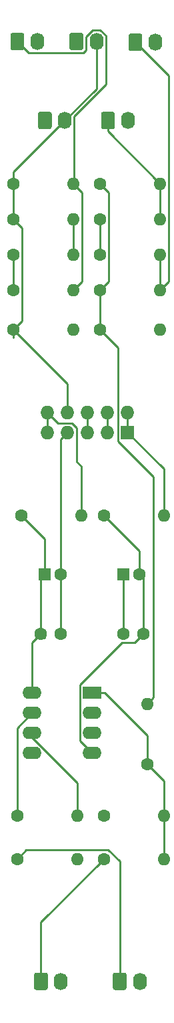
<source format=gbr>
%TF.GenerationSoftware,KiCad,Pcbnew,(5.1.8-0-10_14)*%
%TF.CreationDate,2021-07-03T12:07:01-04:00*%
%TF.ProjectId,unity,756e6974-792e-46b6-9963-61645f706362,rev?*%
%TF.SameCoordinates,Original*%
%TF.FileFunction,Copper,L2,Bot*%
%TF.FilePolarity,Positive*%
%FSLAX46Y46*%
G04 Gerber Fmt 4.6, Leading zero omitted, Abs format (unit mm)*
G04 Created by KiCad (PCBNEW (5.1.8-0-10_14)) date 2021-07-03 12:07:01*
%MOMM*%
%LPD*%
G01*
G04 APERTURE LIST*
%TA.AperFunction,ComponentPad*%
%ADD10O,1.740000X2.200000*%
%TD*%
%TA.AperFunction,ComponentPad*%
%ADD11O,1.600000X1.600000*%
%TD*%
%TA.AperFunction,ComponentPad*%
%ADD12C,1.600000*%
%TD*%
%TA.AperFunction,ComponentPad*%
%ADD13R,1.727200X1.727200*%
%TD*%
%TA.AperFunction,ComponentPad*%
%ADD14O,1.727200X1.727200*%
%TD*%
%TA.AperFunction,ComponentPad*%
%ADD15R,1.600000X1.600000*%
%TD*%
%TA.AperFunction,ComponentPad*%
%ADD16O,2.400000X1.600000*%
%TD*%
%TA.AperFunction,ComponentPad*%
%ADD17R,2.400000X1.600000*%
%TD*%
%TA.AperFunction,Conductor*%
%ADD18C,0.250000*%
%TD*%
G04 APERTURE END LIST*
D10*
%TO.P,J2,2*%
%TO.N,GND*%
X163040000Y-41000000D03*
%TO.P,J2,1*%
%TO.N,Net-(J2-Pad1)*%
%TA.AperFunction,ComponentPad*%
G36*
G01*
X159630000Y-41850001D02*
X159630000Y-40149999D01*
G75*
G02*
X159879999Y-39900000I249999J0D01*
G01*
X161120001Y-39900000D01*
G75*
G02*
X161370000Y-40149999I0J-249999D01*
G01*
X161370000Y-41850001D01*
G75*
G02*
X161120001Y-42100000I-249999J0D01*
G01*
X159879999Y-42100000D01*
G75*
G02*
X159630000Y-41850001I0J249999D01*
G01*
G37*
%TD.AperFunction*%
%TD*%
%TO.P,J5,1*%
%TO.N,Net-(J5-Pad1)*%
%TA.AperFunction,ComponentPad*%
G36*
G01*
X163630000Y-51850001D02*
X163630000Y-50149999D01*
G75*
G02*
X163879999Y-49900000I249999J0D01*
G01*
X165120001Y-49900000D01*
G75*
G02*
X165370000Y-50149999I0J-249999D01*
G01*
X165370000Y-51850001D01*
G75*
G02*
X165120001Y-52100000I-249999J0D01*
G01*
X163879999Y-52100000D01*
G75*
G02*
X163630000Y-51850001I0J249999D01*
G01*
G37*
%TD.AperFunction*%
%TO.P,J5,2*%
%TO.N,GND*%
X167040000Y-51000000D03*
%TD*%
%TO.P,J4,2*%
%TO.N,GND*%
X159040000Y-51000000D03*
%TO.P,J4,1*%
%TO.N,Net-(J4-Pad1)*%
%TA.AperFunction,ComponentPad*%
G36*
G01*
X155630000Y-51850001D02*
X155630000Y-50149999D01*
G75*
G02*
X155879999Y-49900000I249999J0D01*
G01*
X157120001Y-49900000D01*
G75*
G02*
X157370000Y-50149999I0J-249999D01*
G01*
X157370000Y-51850001D01*
G75*
G02*
X157120001Y-52100000I-249999J0D01*
G01*
X155879999Y-52100000D01*
G75*
G02*
X155630000Y-51850001I0J249999D01*
G01*
G37*
%TD.AperFunction*%
%TD*%
D11*
%TO.P,R9,2*%
%TO.N,Net-(J4-Pad1)*%
X171120000Y-77500000D03*
D12*
%TO.P,R9,1*%
%TO.N,Net-(R10-Pad1)*%
X163500000Y-77500000D03*
%TD*%
%TO.P,R5,1*%
%TO.N,GND*%
X163500000Y-63500000D03*
D11*
%TO.P,R5,2*%
%TO.N,Net-(J5-Pad1)*%
X171120000Y-63500000D03*
%TD*%
D13*
%TO.P,J6,1*%
%TO.N,Net-(J6-Pad1)*%
X167000000Y-90500000D03*
D14*
%TO.P,J6,2*%
X167000000Y-87960000D03*
%TO.P,J6,3*%
%TO.N,GND*%
X164460000Y-90500000D03*
%TO.P,J6,4*%
X164460000Y-87960000D03*
%TO.P,J6,5*%
X161920000Y-90500000D03*
%TO.P,J6,6*%
X161920000Y-87960000D03*
%TO.P,J6,7*%
X159380000Y-90500000D03*
%TO.P,J6,8*%
X159380000Y-87960000D03*
%TO.P,J6,9*%
%TO.N,Net-(J6-Pad10)*%
X156840000Y-90500000D03*
%TO.P,J6,10*%
X156840000Y-87960000D03*
%TD*%
D11*
%TO.P,R17,2*%
%TO.N,Net-(R13-Pad1)*%
X160620000Y-144500000D03*
D12*
%TO.P,R17,1*%
%TO.N,Net-(J7-Pad1)*%
X153000000Y-144500000D03*
%TD*%
%TO.P,C1,1*%
%TO.N,Net-(C1-Pad1)*%
X156000000Y-116000000D03*
%TO.P,C1,2*%
%TO.N,GND*%
X158500000Y-116000000D03*
%TD*%
%TO.P,C2,2*%
%TO.N,Net-(C2-Pad2)*%
X169000000Y-116000000D03*
%TO.P,C2,1*%
%TO.N,GND*%
X166500000Y-116000000D03*
%TD*%
D15*
%TO.P,C3,1*%
%TO.N,Net-(C1-Pad1)*%
X156500000Y-108500000D03*
D12*
%TO.P,C3,2*%
%TO.N,GND*%
X158500000Y-108500000D03*
%TD*%
%TO.P,C4,2*%
%TO.N,Net-(C2-Pad2)*%
X168500000Y-108500000D03*
D15*
%TO.P,C4,1*%
%TO.N,GND*%
X166500000Y-108500000D03*
%TD*%
%TO.P,J1,1*%
%TO.N,Net-(J1-Pad1)*%
%TA.AperFunction,ComponentPad*%
G36*
G01*
X152130000Y-41850001D02*
X152130000Y-40149999D01*
G75*
G02*
X152379999Y-39900000I249999J0D01*
G01*
X153620001Y-39900000D01*
G75*
G02*
X153870000Y-40149999I0J-249999D01*
G01*
X153870000Y-41850001D01*
G75*
G02*
X153620001Y-42100000I-249999J0D01*
G01*
X152379999Y-42100000D01*
G75*
G02*
X152130000Y-41850001I0J249999D01*
G01*
G37*
%TD.AperFunction*%
D10*
%TO.P,J1,2*%
%TO.N,GND*%
X155540000Y-41000000D03*
%TD*%
%TO.P,J3,1*%
%TO.N,Net-(J3-Pad1)*%
%TA.AperFunction,ComponentPad*%
G36*
G01*
X167130000Y-41945002D02*
X167130000Y-40245000D01*
G75*
G02*
X167379999Y-39995001I249999J0D01*
G01*
X168620001Y-39995001D01*
G75*
G02*
X168870000Y-40245000I0J-249999D01*
G01*
X168870000Y-41945002D01*
G75*
G02*
X168620001Y-42195001I-249999J0D01*
G01*
X167379999Y-42195001D01*
G75*
G02*
X167130000Y-41945002I0J249999D01*
G01*
G37*
%TD.AperFunction*%
%TO.P,J3,2*%
%TO.N,GND*%
X170540000Y-41095001D03*
%TD*%
%TO.P,J7,1*%
%TO.N,Net-(J7-Pad1)*%
%TA.AperFunction,ComponentPad*%
G36*
G01*
X165130000Y-160850001D02*
X165130000Y-159149999D01*
G75*
G02*
X165379999Y-158900000I249999J0D01*
G01*
X166620001Y-158900000D01*
G75*
G02*
X166870000Y-159149999I0J-249999D01*
G01*
X166870000Y-160850001D01*
G75*
G02*
X166620001Y-161100000I-249999J0D01*
G01*
X165379999Y-161100000D01*
G75*
G02*
X165130000Y-160850001I0J249999D01*
G01*
G37*
%TD.AperFunction*%
%TO.P,J7,2*%
%TO.N,GND*%
X168540000Y-160000000D03*
%TD*%
%TO.P,J8,2*%
%TO.N,GND*%
X158540000Y-160000000D03*
%TO.P,J8,1*%
%TO.N,Net-(J8-Pad1)*%
%TA.AperFunction,ComponentPad*%
G36*
G01*
X155130000Y-160850001D02*
X155130000Y-159149999D01*
G75*
G02*
X155379999Y-158900000I249999J0D01*
G01*
X156620001Y-158900000D01*
G75*
G02*
X156870000Y-159149999I0J-249999D01*
G01*
X156870000Y-160850001D01*
G75*
G02*
X156620001Y-161100000I-249999J0D01*
G01*
X155379999Y-161100000D01*
G75*
G02*
X155130000Y-160850001I0J249999D01*
G01*
G37*
%TD.AperFunction*%
%TD*%
D12*
%TO.P,R1,1*%
%TO.N,GND*%
X152500000Y-59000000D03*
D11*
%TO.P,R1,2*%
%TO.N,Net-(J1-Pad1)*%
X160120000Y-59000000D03*
%TD*%
D12*
%TO.P,R2,1*%
%TO.N,GND*%
X152500000Y-63500000D03*
D11*
%TO.P,R2,2*%
%TO.N,Net-(J2-Pad1)*%
X160120000Y-63500000D03*
%TD*%
D12*
%TO.P,R3,1*%
%TO.N,GND*%
X163500000Y-68000000D03*
D11*
%TO.P,R3,2*%
%TO.N,Net-(J3-Pad1)*%
X171120000Y-68000000D03*
%TD*%
D12*
%TO.P,R4,1*%
%TO.N,GND*%
X152500000Y-77500000D03*
D11*
%TO.P,R4,2*%
%TO.N,Net-(J4-Pad1)*%
X160120000Y-77500000D03*
%TD*%
%TO.P,R6,2*%
%TO.N,Net-(J1-Pad1)*%
X160120000Y-72500000D03*
D12*
%TO.P,R6,1*%
%TO.N,Net-(R10-Pad1)*%
X152500000Y-72500000D03*
%TD*%
D11*
%TO.P,R7,2*%
%TO.N,Net-(J2-Pad1)*%
X160120000Y-68000000D03*
D12*
%TO.P,R7,1*%
%TO.N,Net-(R10-Pad1)*%
X152500000Y-68000000D03*
%TD*%
D11*
%TO.P,R8,2*%
%TO.N,Net-(J3-Pad1)*%
X171120000Y-72500000D03*
D12*
%TO.P,R8,1*%
%TO.N,Net-(R10-Pad1)*%
X163500000Y-72500000D03*
%TD*%
D11*
%TO.P,R10,2*%
%TO.N,Net-(J5-Pad1)*%
X171120000Y-59000000D03*
D12*
%TO.P,R10,1*%
%TO.N,Net-(R10-Pad1)*%
X163500000Y-59000000D03*
%TD*%
D11*
%TO.P,R11,2*%
%TO.N,Net-(R10-Pad1)*%
X169500000Y-124880000D03*
D12*
%TO.P,R11,1*%
%TO.N,Net-(R11-Pad1)*%
X169500000Y-132500000D03*
%TD*%
D11*
%TO.P,R12,2*%
%TO.N,Net-(R11-Pad1)*%
X171620000Y-139000000D03*
D12*
%TO.P,R12,1*%
%TO.N,Net-(R12-Pad1)*%
X164000000Y-139000000D03*
%TD*%
%TO.P,R13,1*%
%TO.N,Net-(R13-Pad1)*%
X153000000Y-139000000D03*
D11*
%TO.P,R13,2*%
%TO.N,Net-(R12-Pad1)*%
X160620000Y-139000000D03*
%TD*%
D12*
%TO.P,R14,1*%
%TO.N,Net-(J8-Pad1)*%
X164000000Y-144500000D03*
D11*
%TO.P,R14,2*%
%TO.N,Net-(R11-Pad1)*%
X171620000Y-144500000D03*
%TD*%
D12*
%TO.P,R15,1*%
%TO.N,Net-(C1-Pad1)*%
X153500000Y-101000000D03*
D11*
%TO.P,R15,2*%
%TO.N,Net-(J6-Pad10)*%
X161120000Y-101000000D03*
%TD*%
%TO.P,R16,2*%
%TO.N,Net-(J6-Pad1)*%
X171620000Y-101000000D03*
D12*
%TO.P,R16,1*%
%TO.N,Net-(C2-Pad2)*%
X164000000Y-101000000D03*
%TD*%
D16*
%TO.P,U1,8*%
%TO.N,Net-(C1-Pad1)*%
X154880000Y-123500000D03*
%TO.P,U1,4*%
%TO.N,Net-(C2-Pad2)*%
X162500000Y-131120000D03*
%TO.P,U1,7*%
%TO.N,Net-(R13-Pad1)*%
X154880000Y-126040000D03*
%TO.P,U1,3*%
%TO.N,GND*%
X162500000Y-128580000D03*
%TO.P,U1,6*%
%TO.N,Net-(R12-Pad1)*%
X154880000Y-128580000D03*
%TO.P,U1,2*%
%TO.N,Net-(R10-Pad1)*%
X162500000Y-126040000D03*
%TO.P,U1,5*%
%TO.N,GND*%
X154880000Y-131120000D03*
D17*
%TO.P,U1,1*%
%TO.N,Net-(R11-Pad1)*%
X162500000Y-123500000D03*
%TD*%
D18*
%TO.N,Net-(C1-Pad1)*%
X156500000Y-116500000D02*
X156000000Y-116000000D01*
X154880000Y-117120000D02*
X156000000Y-116000000D01*
X154880000Y-123500000D02*
X154880000Y-117120000D01*
X156000000Y-109000000D02*
X156500000Y-108500000D01*
X156000000Y-116000000D02*
X156000000Y-109000000D01*
X156500000Y-108500000D02*
X156500000Y-104000000D01*
X156500000Y-104000000D02*
X153500000Y-101000000D01*
%TO.N,GND*%
X152500000Y-78540000D02*
X152500000Y-77500000D01*
X152500000Y-63500000D02*
X152500000Y-59000000D01*
X152500000Y-63500000D02*
X152500000Y-64000000D01*
X163040000Y-47000000D02*
X159040000Y-51000000D01*
X163040000Y-41000000D02*
X163040000Y-47000000D01*
X159000000Y-51040000D02*
X159040000Y-51000000D01*
X158500000Y-116000000D02*
X158500000Y-108500000D01*
X166500000Y-116000000D02*
X166500000Y-108500000D01*
X158500000Y-91380000D02*
X159380000Y-90500000D01*
X158500000Y-108500000D02*
X158500000Y-91380000D01*
X161920000Y-87960000D02*
X161920000Y-90500000D01*
X164460000Y-87960000D02*
X164460000Y-90500000D01*
X159380000Y-84380000D02*
X152500000Y-77500000D01*
X159380000Y-87960000D02*
X159380000Y-84380000D01*
X153625001Y-64625001D02*
X152500000Y-63500000D01*
X153625001Y-76374999D02*
X153625001Y-64625001D01*
X152500000Y-77500000D02*
X153625001Y-76374999D01*
X163500000Y-68000000D02*
X163500000Y-63500000D01*
X152500000Y-59000000D02*
X152500000Y-57539998D01*
X152500000Y-57539998D02*
X158263610Y-51776388D01*
X158263610Y-51776388D02*
X159040000Y-51000000D01*
%TO.N,Net-(C2-Pad2)*%
X169000000Y-109000000D02*
X168500000Y-108500000D01*
X169000000Y-116000000D02*
X169000000Y-109000000D01*
X168500000Y-105500000D02*
X164000000Y-101000000D01*
X168500000Y-108500000D02*
X168500000Y-105500000D01*
X160974990Y-129594990D02*
X162500000Y-131120000D01*
X166289997Y-117125001D02*
X160974990Y-122440008D01*
X160974990Y-122440008D02*
X160974990Y-129594990D01*
X167874999Y-117125001D02*
X166289997Y-117125001D01*
X169000000Y-116000000D02*
X167874999Y-117125001D01*
%TO.N,Net-(J6-Pad1)*%
X171620000Y-95120000D02*
X167000000Y-90500000D01*
X171620000Y-101000000D02*
X171620000Y-95120000D01*
X167000000Y-90500000D02*
X167000000Y-87960000D01*
%TO.N,Net-(J6-Pad10)*%
X156840000Y-90500000D02*
X156840000Y-87960000D01*
X160568601Y-89929471D02*
X159950529Y-89311399D01*
X158191399Y-89311399D02*
X156840000Y-87960000D01*
X160568601Y-94228601D02*
X160568601Y-89929471D01*
X159950529Y-89311399D02*
X158191399Y-89311399D01*
X161120000Y-94780000D02*
X160568601Y-94228601D01*
X161120000Y-101000000D02*
X161120000Y-94780000D01*
%TO.N,Net-(R10-Pad1)*%
X165811399Y-79811399D02*
X163500000Y-77500000D01*
X165811399Y-91623601D02*
X165811399Y-79811399D01*
X170299999Y-96112201D02*
X165811399Y-91623601D01*
X170299999Y-124080001D02*
X170299999Y-96112201D01*
X169500000Y-124880000D02*
X170299999Y-124080001D01*
X163500000Y-77500000D02*
X163500000Y-72500000D01*
X164625001Y-71374999D02*
X164625001Y-60125001D01*
X164625001Y-60125001D02*
X163500000Y-59000000D01*
X163500000Y-72500000D02*
X164625001Y-71374999D01*
X152500000Y-72500000D02*
X152500000Y-68000000D01*
%TO.N,Net-(R11-Pad1)*%
X171620000Y-134620000D02*
X169500000Y-132500000D01*
X171620000Y-144500000D02*
X171620000Y-134620000D01*
X169500000Y-132500000D02*
X169500000Y-128886409D01*
X169500000Y-128886409D02*
X164113591Y-123500000D01*
X164113591Y-123500000D02*
X162500000Y-123500000D01*
%TO.N,Net-(R12-Pad1)*%
X154880000Y-129128996D02*
X154880000Y-128580000D01*
X160620000Y-134868996D02*
X154880000Y-129128996D01*
X160620000Y-139000000D02*
X160620000Y-134868996D01*
%TO.N,Net-(R13-Pad1)*%
X160620000Y-144500000D02*
X160500000Y-144500000D01*
X153000000Y-127920000D02*
X154880000Y-126040000D01*
X153000000Y-139000000D02*
X153000000Y-127920000D01*
%TO.N,Net-(J1-Pad1)*%
X161245001Y-60125001D02*
X160120000Y-59000000D01*
X161245001Y-71374999D02*
X161245001Y-60125001D01*
X160120000Y-72500000D02*
X161245001Y-71374999D01*
X153500000Y-41000000D02*
X153000000Y-41000000D01*
X161695010Y-42088180D02*
X161358180Y-42425010D01*
X161695010Y-40424991D02*
X161695010Y-42088180D01*
X163534989Y-39574990D02*
X162545011Y-39574990D01*
X162545011Y-39574990D02*
X161695010Y-40424991D01*
X164235010Y-40275011D02*
X163534989Y-39574990D01*
X154425010Y-42425010D02*
X153000000Y-41000000D01*
X164235010Y-46441400D02*
X164235010Y-40275011D01*
X161358180Y-42425010D02*
X154425010Y-42425010D01*
X160235010Y-50441400D02*
X164235010Y-46441400D01*
X160235010Y-58884990D02*
X160235010Y-50441400D01*
X160120000Y-59000000D02*
X160235010Y-58884990D01*
%TO.N,Net-(J2-Pad1)*%
X160500000Y-40500000D02*
X160500000Y-41000000D01*
X160120000Y-63500000D02*
X160120000Y-63880000D01*
X160120000Y-68000000D02*
X160120000Y-63880000D01*
%TO.N,Net-(J3-Pad1)*%
X172245001Y-71374999D02*
X172245001Y-45340002D01*
X171120000Y-72500000D02*
X172245001Y-71374999D01*
X172245001Y-45340002D02*
X168000000Y-41095001D01*
X171120000Y-72500000D02*
X171120000Y-68000000D01*
%TO.N,Net-(J4-Pad1)*%
X160000000Y-77500000D02*
X160120000Y-77500000D01*
X160120000Y-77500000D02*
X160500000Y-77500000D01*
%TO.N,Net-(J5-Pad1)*%
X171120000Y-59000000D02*
X164500000Y-52380000D01*
X164500000Y-52380000D02*
X164500000Y-51000000D01*
X171120000Y-59000000D02*
X171120000Y-63500000D01*
%TO.N,Net-(J7-Pad1)*%
X154125001Y-143374999D02*
X153000000Y-144500000D01*
X164540001Y-143374999D02*
X154125001Y-143374999D01*
X166000000Y-144834998D02*
X164540001Y-143374999D01*
X166000000Y-160000000D02*
X166000000Y-144834998D01*
%TO.N,Net-(J8-Pad1)*%
X156000000Y-152500000D02*
X164000000Y-144500000D01*
X156000000Y-160000000D02*
X156000000Y-152500000D01*
%TD*%
M02*

</source>
